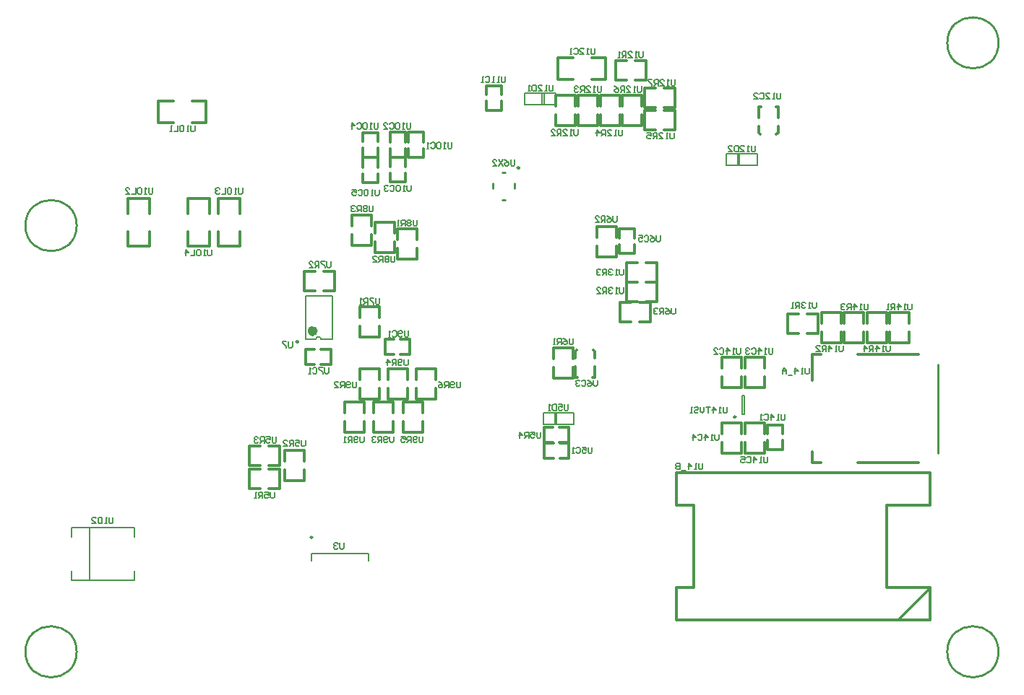
<source format=gbo>
G04 Layer_Color=32896*
%FSLAX44Y44*%
%MOMM*%
G71*
G01*
G75*
%ADD59C,0.2000*%
%ADD88C,0.2540*%
%ADD91C,0.2500*%
%ADD92C,0.6000*%
%ADD94C,0.3048*%
%ADD95C,0.3000*%
%ADD97C,0.1500*%
%ADD100C,0.1400*%
D59*
X366395Y406400D02*
G03*
X360045Y406400I-3175J0D01*
G01*
X856615Y610870D02*
Y623735D01*
X841155Y610470D02*
Y623970D01*
Y610470D02*
X877155D01*
X841155Y623970D02*
X877155D01*
Y610470D02*
Y623970D01*
X854710Y610870D02*
Y623735D01*
X625475Y682460D02*
Y695325D01*
X640935Y682225D02*
Y695725D01*
X604935D02*
X640935D01*
X604935Y682225D02*
X640935D01*
X604935D02*
Y695725D01*
X627380Y682460D02*
Y695325D01*
X347905Y406400D02*
Y457200D01*
X379655D01*
Y406400D02*
Y457200D01*
X366395Y406400D02*
X379655D01*
X347905D02*
X360045D01*
X862060Y318565D02*
Y340565D01*
X860060Y318565D02*
Y340565D01*
X862060D01*
X860060Y318565D02*
X862060D01*
X422120Y146810D02*
Y155310D01*
X355120D02*
X422120D01*
X355120Y146810D02*
Y155310D01*
X147955Y123840D02*
Y135270D01*
Y174610D02*
Y186040D01*
X74295Y123840D02*
Y135270D01*
Y174610D02*
Y186040D01*
X147955D01*
X74295Y123840D02*
X147955D01*
X95225D02*
Y186040D01*
X641985Y307340D02*
Y320205D01*
X626525Y306940D02*
Y320440D01*
Y306940D02*
X662525D01*
X626525Y320440D02*
X662525D01*
Y306940D02*
Y320440D01*
X640080Y307340D02*
Y320205D01*
D88*
X1160000Y754390D02*
G03*
X1160000Y754390I-30000J0D01*
G01*
X598805Y607695D02*
G03*
X598805Y607695I-1270J0D01*
G01*
X80000Y40000D02*
G03*
X80000Y40000I-30000J0D01*
G01*
Y540000D02*
G03*
X80000Y540000I-30000J0D01*
G01*
X1160000Y40000D02*
G03*
X1160000Y40000I-30000J0D01*
G01*
X578485Y602535D02*
X582295D01*
X578485Y570535D02*
X582295D01*
X592645Y583565D02*
Y589915D01*
X567645Y583565D02*
Y589915D01*
X1042035Y77470D02*
X1080135Y115570D01*
Y114300D02*
Y115570D01*
X1089320Y273050D02*
Y377190D01*
D91*
X339755Y403750D02*
G03*
X339755Y403750I-1250J0D01*
G01*
X852310Y315565D02*
G03*
X852310Y315565I-1250J0D01*
G01*
X356320Y174310D02*
G03*
X356320Y174310I-1250J0D01*
G01*
D92*
X359405Y416170D02*
G03*
X359405Y416170I-3000J0D01*
G01*
D94*
X165100Y516255D02*
Y532765D01*
X139700Y516255D02*
Y532765D01*
Y554355D02*
Y572135D01*
X165100Y554355D02*
Y572135D01*
X139700Y516255D02*
X165100D01*
X139700Y572135D02*
X165100D01*
X393700Y320040D02*
Y332740D01*
X416560Y320040D02*
Y332740D01*
Y297180D02*
Y309880D01*
X393700Y297180D02*
Y309880D01*
Y332740D02*
X416560D01*
X393700Y297180D02*
X416560D01*
X411480Y359410D02*
Y372110D01*
X434340Y359410D02*
Y372110D01*
Y336550D02*
Y349250D01*
X411480Y336550D02*
Y349250D01*
Y372110D02*
X434340D01*
X411480Y336550D02*
X434340D01*
X427990Y320040D02*
Y332740D01*
X450850Y320040D02*
Y332740D01*
Y297180D02*
Y309880D01*
X427990Y297180D02*
Y309880D01*
Y332740D02*
X450850D01*
X427990Y297180D02*
X450850D01*
X444500Y359410D02*
Y372110D01*
X467360Y359410D02*
Y372110D01*
Y336550D02*
Y349250D01*
X444500Y336550D02*
Y349250D01*
Y372110D02*
X467360D01*
X444500Y336550D02*
X467360D01*
X462280Y320040D02*
Y332740D01*
X485140Y320040D02*
Y332740D01*
Y297180D02*
Y309880D01*
X462280Y297180D02*
Y309880D01*
Y332740D02*
X485140D01*
X462280Y297180D02*
X485140D01*
X667390Y680090D02*
Y692790D01*
X690250Y680090D02*
Y692790D01*
Y657230D02*
Y669930D01*
X667390Y657230D02*
Y669930D01*
Y692790D02*
X690250D01*
X667390Y657230D02*
X690250D01*
X693420Y680090D02*
Y692790D01*
X716280Y680090D02*
Y692790D01*
Y657230D02*
Y669930D01*
X693420Y657230D02*
Y669930D01*
Y692790D02*
X716280D01*
X693420Y657230D02*
X716280D01*
X745490Y652150D02*
X758190D01*
X745490Y675010D02*
X758190D01*
X768350D02*
X781050D01*
X768350Y652150D02*
X781050D01*
X745490D02*
Y675010D01*
X781050Y652150D02*
Y675010D01*
X768350Y701040D02*
X781050D01*
X768350Y678180D02*
X781050D01*
X745490D02*
X758190D01*
X745490Y701040D02*
X758190D01*
X781050Y678180D02*
Y701040D01*
X745490Y678180D02*
Y701040D01*
X742310Y657230D02*
Y669930D01*
X719450Y657230D02*
Y669930D01*
Y680090D02*
Y692790D01*
X742310Y680090D02*
Y692790D01*
X719450Y657230D02*
X742310D01*
X719450Y692790D02*
X742310D01*
X641350Y680090D02*
Y692790D01*
X664210Y680090D02*
Y692790D01*
Y657230D02*
Y669930D01*
X641350Y657230D02*
Y669930D01*
Y692790D02*
X664210D01*
X641350Y657230D02*
X664210D01*
X878840Y666750D02*
Y679450D01*
Y648970D02*
X880745Y647065D01*
X878840Y648970D02*
Y656590D01*
X901700Y648970D02*
Y656590D01*
X899795Y647065D02*
X901700Y648970D01*
Y666750D02*
Y679450D01*
X878840D02*
X881380D01*
X899160D02*
X901700D01*
X210180Y572140D02*
X235580D01*
X210180Y516260D02*
X235580D01*
Y554360D02*
Y572140D01*
X210180Y554360D02*
Y572140D01*
Y516260D02*
Y532770D01*
X235580Y516260D02*
Y532770D01*
X245750Y572140D02*
X271150D01*
X245750Y516260D02*
X271150D01*
Y554360D02*
Y572140D01*
X245750Y554360D02*
Y572140D01*
Y516260D02*
Y532770D01*
X271150Y516260D02*
Y532770D01*
X175895Y661035D02*
Y686435D01*
X231775Y661035D02*
Y686435D01*
X175895D02*
X193675D01*
X175895Y661035D02*
X193675D01*
X215265D02*
X231775D01*
X215265Y686435D02*
X231775D01*
X464820Y620395D02*
Y630555D01*
X447040Y620395D02*
Y630555D01*
Y638175D02*
Y649605D01*
X464820Y638175D02*
Y649605D01*
X447040Y620395D02*
X464820D01*
X447040Y649605D02*
X464820D01*
X486410Y620395D02*
Y630555D01*
X468630Y620395D02*
Y630555D01*
Y638175D02*
Y649605D01*
X486410Y638175D02*
Y649605D01*
X468630Y620395D02*
X486410D01*
X468630Y649605D02*
X486410D01*
X464820Y591185D02*
Y601345D01*
X447040Y591185D02*
Y601345D01*
Y608965D02*
Y620395D01*
X464820Y608965D02*
Y620395D01*
X447040Y591185D02*
X464820D01*
X447040Y620395D02*
X464820D01*
X433070Y590805D02*
Y600965D01*
X415290Y590805D02*
Y600965D01*
Y608585D02*
Y620015D01*
X433070Y608585D02*
Y620015D01*
X415290Y590805D02*
X433070D01*
X415290Y620015D02*
X433070D01*
X415290Y639065D02*
Y649225D01*
X433070Y639065D02*
Y649225D01*
Y620015D02*
Y631445D01*
X415290Y620015D02*
Y631445D01*
Y649225D02*
X433070D01*
X415290Y620015D02*
X433070D01*
X305430Y281310D02*
X318130D01*
X305430Y258450D02*
X318130D01*
X282570D02*
X295270D01*
X282570Y281310D02*
X295270D01*
X318130Y258450D02*
Y281310D01*
X282570Y258450D02*
Y281310D01*
X656585Y285750D02*
Y303530D01*
X627375Y285750D02*
Y303530D01*
X645155Y285750D02*
X656585D01*
X645155Y303530D02*
X656585D01*
X627375D02*
X637535D01*
X627375Y285750D02*
X637535D01*
X747390Y496570D02*
X760090D01*
X747390Y473710D02*
X760090D01*
X724530D02*
X737230D01*
X724530Y496570D02*
X737230D01*
X760090Y473710D02*
Y496570D01*
X724530Y473710D02*
Y496570D01*
X712470Y503550D02*
Y516250D01*
X689610Y503550D02*
Y516250D01*
Y526410D02*
Y539110D01*
X712470Y526410D02*
Y539110D01*
X689610Y503550D02*
X712470D01*
X689610Y539110D02*
X712470D01*
X733430Y507365D02*
Y517525D01*
X715650Y507365D02*
Y517525D01*
Y525145D02*
Y536575D01*
X733430Y525145D02*
Y536575D01*
X715650Y507365D02*
X733430D01*
X715650Y536575D02*
X733430D01*
X477520Y359410D02*
Y372110D01*
X500380Y359410D02*
Y372110D01*
Y336550D02*
Y349250D01*
X477520Y336550D02*
Y349250D01*
Y372110D02*
X500380D01*
X477520Y336550D02*
X500380D01*
X470535Y388620D02*
Y406400D01*
X441325Y388620D02*
Y406400D01*
X459105Y388620D02*
X470535D01*
X459105Y406400D02*
X470535D01*
X441325D02*
X451485D01*
X441325Y388620D02*
X451485D01*
X724535Y450850D02*
Y473710D01*
X760095Y450850D02*
Y473710D01*
X724535D02*
X737235D01*
X724535Y450850D02*
X737235D01*
X747395D02*
X760095D01*
X747395Y473710D02*
X760095D01*
X560070Y675005D02*
X577850D01*
X560070Y704215D02*
X577850D01*
X560070Y675005D02*
Y686435D01*
X577850Y675005D02*
Y686435D01*
Y694055D02*
Y704215D01*
X560070Y694055D02*
Y704215D01*
X683260Y737235D02*
X699770D01*
X683260Y711835D02*
X699770D01*
X643890D02*
X661670D01*
X643890Y737235D02*
X661670D01*
X699770Y711835D02*
Y737235D01*
X643890Y711835D02*
Y737235D01*
X711200Y710565D02*
X723900D01*
X711200Y733425D02*
X723900D01*
X734060D02*
X746760D01*
X734060Y710565D02*
X746760D01*
X711200D02*
Y733425D01*
X746760Y710565D02*
Y733425D01*
X425450Y516890D02*
Y529590D01*
X402590Y516890D02*
Y529590D01*
Y539750D02*
Y552450D01*
X425450Y539750D02*
Y552450D01*
X402590Y516890D02*
X425450D01*
X402590Y552450D02*
X425450D01*
X429260Y530860D02*
Y543560D01*
X452120Y530860D02*
Y543560D01*
Y508000D02*
Y520700D01*
X429260Y508000D02*
Y520700D01*
Y543560D02*
X452120D01*
X429260Y508000D02*
X452120D01*
X455930Y523240D02*
Y535940D01*
X478790Y523240D02*
Y535940D01*
Y500380D02*
Y513080D01*
X455930Y500380D02*
Y513080D01*
Y535940D02*
X478790D01*
X455930Y500380D02*
X478790D01*
X889000Y276860D02*
X906780D01*
X889000Y306070D02*
X906780D01*
X889000Y276860D02*
Y288290D01*
X906780Y276860D02*
Y288290D01*
Y295910D02*
Y306070D01*
X889000Y295910D02*
Y306070D01*
X836295Y349885D02*
X859155D01*
X836295Y385445D02*
X859155D01*
X836295Y349885D02*
Y362585D01*
X859155Y349885D02*
Y362585D01*
Y372745D02*
Y385445D01*
X836295Y372745D02*
Y385445D01*
X1032510Y402590D02*
X1055370D01*
X1032510Y438150D02*
X1055370D01*
X1032510Y402590D02*
Y415290D01*
X1055370Y402590D02*
Y415290D01*
Y425450D02*
Y438150D01*
X1032510Y425450D02*
Y438150D01*
X1005840Y402590D02*
X1028700D01*
X1005840Y438150D02*
X1028700D01*
X1005840Y402590D02*
Y415290D01*
X1028700Y402590D02*
Y415290D01*
Y425450D02*
Y438150D01*
X1005840Y425450D02*
Y438150D01*
X979170Y402590D02*
X1002030D01*
X979170Y438150D02*
X1002030D01*
X979170Y402590D02*
Y415290D01*
X1002030Y402590D02*
Y415290D01*
Y425450D02*
Y438150D01*
X979170Y425450D02*
Y438150D01*
X952500Y402590D02*
X975360D01*
X952500Y438150D02*
X975360D01*
X952500Y402590D02*
Y415290D01*
X975360Y402590D02*
Y415290D01*
Y425450D02*
Y438150D01*
X952500Y425450D02*
Y438150D01*
X862965Y308610D02*
X885825D01*
X862965Y273050D02*
X885825D01*
Y295910D02*
Y308610D01*
X862965Y295910D02*
Y308610D01*
Y273050D02*
Y285750D01*
X885825Y273050D02*
Y285750D01*
X836295Y308610D02*
X859155D01*
X836295Y273050D02*
X859155D01*
Y295910D02*
Y308610D01*
X836295Y295910D02*
Y308610D01*
Y273050D02*
Y285750D01*
X859155Y273050D02*
Y285750D01*
X862965Y349885D02*
X885825D01*
X862965Y385445D02*
X885825D01*
X862965Y349885D02*
Y362585D01*
X885825Y349885D02*
Y362585D01*
Y372745D02*
Y385445D01*
X862965Y372745D02*
Y385445D01*
X664210Y361950D02*
X666750D01*
X684530D02*
X687070D01*
X664210D02*
Y374650D01*
Y392430D02*
X666115Y394335D01*
X664210Y384810D02*
Y392430D01*
X687070Y384810D02*
Y392430D01*
X685165Y394335D02*
X687070Y392430D01*
Y361950D02*
Y374650D01*
X752470Y427360D02*
Y450220D01*
X716910Y427360D02*
Y450220D01*
X739770Y427360D02*
X752470D01*
X739770Y450220D02*
X752470D01*
X716910D02*
X729610D01*
X716910Y427360D02*
X729610D01*
X323850Y276225D02*
X346710D01*
X323850Y240665D02*
X346710D01*
Y263525D02*
Y276225D01*
X323850Y263525D02*
Y276225D01*
Y240665D02*
Y253365D01*
X346710Y240665D02*
Y253365D01*
X282575Y231775D02*
Y254635D01*
X318135Y231775D02*
Y254635D01*
X282575D02*
X295275D01*
X282575Y231775D02*
X295275D01*
X305435D02*
X318135D01*
X305435Y254635D02*
X318135D01*
X627380Y267335D02*
Y285115D01*
X656590Y267335D02*
Y285115D01*
X627380D02*
X638810D01*
X627380Y267335D02*
X638810D01*
X646430D02*
X656590D01*
X646430Y285115D02*
X656590D01*
X377825Y377190D02*
Y394970D01*
X348615Y377190D02*
Y394970D01*
X366395Y377190D02*
X377825D01*
X366395Y394970D02*
X377825D01*
X348615D02*
X358775D01*
X348615Y377190D02*
X358775D01*
X411480Y431800D02*
Y444500D01*
X434340Y431800D02*
Y444500D01*
Y408940D02*
Y421640D01*
X411480Y408940D02*
Y421640D01*
Y444500D02*
X434340D01*
X411480Y408940D02*
X434340D01*
X369570Y486410D02*
X382270D01*
X369570Y463550D02*
X382270D01*
X346710D02*
X359410D01*
X346710Y486410D02*
X359410D01*
X382270Y463550D02*
Y486410D01*
X346710Y463550D02*
Y486410D01*
X638810Y361315D02*
X661670D01*
X638810Y396875D02*
X661670D01*
X638810Y361315D02*
Y374015D01*
X661670Y361315D02*
Y374015D01*
Y384175D02*
Y396875D01*
X638810Y384175D02*
Y396875D01*
X913130Y413380D02*
X925830D01*
X913130Y436240D02*
X925830D01*
X935990D02*
X948690D01*
X935990Y413380D02*
X948690D01*
X913130D02*
Y436240D01*
X948690Y413380D02*
Y436240D01*
D95*
X1080135Y77470D02*
Y115570D01*
X782955Y77470D02*
X1080135D01*
Y212090D02*
Y250190D01*
X803275Y115570D02*
Y212090D01*
X782955Y115570D02*
X803275D01*
X782955Y212090D02*
X803275D01*
X1029335Y115570D02*
X1080135D01*
X1029335D02*
Y212090D01*
X1080135D01*
X782955Y77470D02*
Y115570D01*
Y212090D02*
Y250190D01*
X1080135D01*
X942000Y358140D02*
Y388620D01*
Y261620D02*
Y274320D01*
Y388620D02*
X952160D01*
X995340D02*
X1066460D01*
X995340Y261620D02*
X1066460D01*
X942000D02*
X952160D01*
D97*
X875030Y633743D02*
Y627911D01*
X873864Y626745D01*
X871531D01*
X870365Y627911D01*
Y633743D01*
X868032Y626745D02*
X865700D01*
X866866D01*
Y633743D01*
X868032Y632576D01*
X857536Y626745D02*
X862201D01*
X857536Y631410D01*
Y632576D01*
X858702Y633743D01*
X861034D01*
X862201Y632576D01*
X855203Y633743D02*
Y626745D01*
X851704D01*
X850538Y627911D01*
Y632576D01*
X851704Y633743D01*
X855203D01*
X843540Y626745D02*
X848205D01*
X843540Y631410D01*
Y632576D01*
X844706Y633743D01*
X847039D01*
X848205Y632576D01*
X638175Y704863D02*
Y699031D01*
X637009Y697865D01*
X634676D01*
X633510Y699031D01*
Y704863D01*
X631177Y697865D02*
X628845D01*
X630011D01*
Y704863D01*
X631177Y703697D01*
X620681Y697865D02*
X625346D01*
X620681Y702530D01*
Y703697D01*
X621847Y704863D01*
X624179D01*
X625346Y703697D01*
X618348Y704863D02*
Y697865D01*
X614849D01*
X613683Y699031D01*
Y703697D01*
X614849Y704863D01*
X618348D01*
X611350Y697865D02*
X609018D01*
X610184D01*
Y704863D01*
X611350Y703697D01*
X168910Y584208D02*
Y578376D01*
X167744Y577210D01*
X165411D01*
X164245Y578376D01*
Y584208D01*
X161912Y577210D02*
X159580D01*
X160746D01*
Y584208D01*
X161912Y583041D01*
X156081D02*
X154915Y584208D01*
X152582D01*
X151416Y583041D01*
Y578376D01*
X152582Y577210D01*
X154915D01*
X156081Y578376D01*
Y583041D01*
X149083Y584208D02*
Y577210D01*
X144418D01*
X137420D02*
X142085D01*
X137420Y581875D01*
Y583041D01*
X138586Y584208D01*
X140919D01*
X142085Y583041D01*
X720725Y488963D02*
Y483131D01*
X719559Y481965D01*
X717226D01*
X716060Y483131D01*
Y488963D01*
X713727Y481965D02*
X711395D01*
X712561D01*
Y488963D01*
X713727Y487797D01*
X707896D02*
X706730Y488963D01*
X704397D01*
X703231Y487797D01*
Y486630D01*
X704397Y485464D01*
X705563D01*
X704397D01*
X703231Y484298D01*
Y483131D01*
X704397Y481965D01*
X706730D01*
X707896Y483131D01*
X700898Y481965D02*
Y488963D01*
X697399D01*
X696233Y487797D01*
Y485464D01*
X697399Y484298D01*
X700898D01*
X698566D02*
X696233Y481965D01*
X693900Y487797D02*
X692734Y488963D01*
X690401D01*
X689235Y487797D01*
Y486630D01*
X690401Y485464D01*
X691568D01*
X690401D01*
X689235Y484298D01*
Y483131D01*
X690401Y481965D01*
X692734D01*
X693900Y483131D01*
X946785Y450228D02*
Y444396D01*
X945619Y443230D01*
X943286D01*
X942120Y444396D01*
Y450228D01*
X939787Y443230D02*
X937455D01*
X938621D01*
Y450228D01*
X939787Y449062D01*
X933956D02*
X932790Y450228D01*
X930457D01*
X929291Y449062D01*
Y447895D01*
X930457Y446729D01*
X931623D01*
X930457D01*
X929291Y445563D01*
Y444396D01*
X930457Y443230D01*
X932790D01*
X933956Y444396D01*
X926958Y443230D02*
Y450228D01*
X923459D01*
X922293Y449062D01*
Y446729D01*
X923459Y445563D01*
X926958D01*
X924625D02*
X922293Y443230D01*
X919960D02*
X917628D01*
X918794D01*
Y450228D01*
X919960Y449062D01*
X781050Y711213D02*
Y705381D01*
X779884Y704215D01*
X777551D01*
X776385Y705381D01*
Y711213D01*
X774052Y704215D02*
X771720D01*
X772886D01*
Y711213D01*
X774052Y710046D01*
X763556Y704215D02*
X768221D01*
X763556Y708880D01*
Y710046D01*
X764722Y711213D01*
X767055D01*
X768221Y710046D01*
X761223Y704215D02*
Y711213D01*
X757724D01*
X756558Y710046D01*
Y707714D01*
X757724Y706548D01*
X761223D01*
X758891D02*
X756558Y704215D01*
X754225Y711213D02*
X749560D01*
Y710046D01*
X754225Y705381D01*
Y704215D01*
X741680Y703593D02*
Y697761D01*
X740514Y696595D01*
X738181D01*
X737015Y697761D01*
Y703593D01*
X734682Y696595D02*
X732350D01*
X733516D01*
Y703593D01*
X734682Y702427D01*
X724186Y696595D02*
X728851D01*
X724186Y701260D01*
Y702427D01*
X725352Y703593D01*
X727684D01*
X728851Y702427D01*
X721853Y696595D02*
Y703593D01*
X718354D01*
X717188Y702427D01*
Y700094D01*
X718354Y698928D01*
X721853D01*
X719520D02*
X717188Y696595D01*
X710190Y703593D02*
X712523Y702427D01*
X714855Y700094D01*
Y697761D01*
X713689Y696595D01*
X711356D01*
X710190Y697761D01*
Y698928D01*
X711356Y700094D01*
X714855D01*
X779780Y648983D02*
Y643151D01*
X778614Y641985D01*
X776281D01*
X775115Y643151D01*
Y648983D01*
X772782Y641985D02*
X770450D01*
X771616D01*
Y648983D01*
X772782Y647816D01*
X762286Y641985D02*
X766951D01*
X762286Y646650D01*
Y647816D01*
X763452Y648983D01*
X765785D01*
X766951Y647816D01*
X759953Y641985D02*
Y648983D01*
X756454D01*
X755288Y647816D01*
Y645484D01*
X756454Y644318D01*
X759953D01*
X757620D02*
X755288Y641985D01*
X748290Y648983D02*
X752955D01*
Y645484D01*
X750623Y646650D01*
X749456D01*
X748290Y645484D01*
Y643151D01*
X749456Y641985D01*
X751789D01*
X752955Y643151D01*
X719455Y652158D02*
Y646326D01*
X718289Y645160D01*
X715956D01*
X714790Y646326D01*
Y652158D01*
X712457Y645160D02*
X710125D01*
X711291D01*
Y652158D01*
X712457Y650992D01*
X701961Y645160D02*
X706626D01*
X701961Y649825D01*
Y650992D01*
X703127Y652158D01*
X705460D01*
X706626Y650992D01*
X699628Y645160D02*
Y652158D01*
X696129D01*
X694963Y650992D01*
Y648659D01*
X696129Y647493D01*
X699628D01*
X697296D02*
X694963Y645160D01*
X689131D02*
Y652158D01*
X692630Y648659D01*
X687965D01*
X694690Y703593D02*
Y697761D01*
X693524Y696595D01*
X691191D01*
X690025Y697761D01*
Y703593D01*
X687692Y696595D02*
X685360D01*
X686526D01*
Y703593D01*
X687692Y702427D01*
X677196Y696595D02*
X681861D01*
X677196Y701260D01*
Y702427D01*
X678362Y703593D01*
X680695D01*
X681861Y702427D01*
X674863Y696595D02*
Y703593D01*
X671364D01*
X670198Y702427D01*
Y700094D01*
X671364Y698928D01*
X674863D01*
X672531D02*
X670198Y696595D01*
X667865Y702427D02*
X666699Y703593D01*
X664366D01*
X663200Y702427D01*
Y701260D01*
X664366Y700094D01*
X665533D01*
X664366D01*
X663200Y698928D01*
Y697761D01*
X664366Y696595D01*
X666699D01*
X667865Y697761D01*
X667385Y652793D02*
Y646961D01*
X666219Y645795D01*
X663886D01*
X662720Y646961D01*
Y652793D01*
X660387Y645795D02*
X658055D01*
X659221D01*
Y652793D01*
X660387Y651627D01*
X649891Y645795D02*
X654556D01*
X649891Y650460D01*
Y651627D01*
X651057Y652793D01*
X653390D01*
X654556Y651627D01*
X647558Y645795D02*
Y652793D01*
X644059D01*
X642893Y651627D01*
Y649294D01*
X644059Y648128D01*
X647558D01*
X645226D02*
X642893Y645795D01*
X635895D02*
X640560D01*
X635895Y650460D01*
Y651627D01*
X637061Y652793D01*
X639394D01*
X640560Y651627D01*
X904875Y695338D02*
Y689506D01*
X903709Y688340D01*
X901376D01*
X900210Y689506D01*
Y695338D01*
X897877Y688340D02*
X895545D01*
X896711D01*
Y695338D01*
X897877Y694172D01*
X887381Y688340D02*
X892046D01*
X887381Y693005D01*
Y694172D01*
X888547Y695338D01*
X890880D01*
X892046Y694172D01*
X880383D02*
X881549Y695338D01*
X883882D01*
X885048Y694172D01*
Y689506D01*
X883882Y688340D01*
X881549D01*
X880383Y689506D01*
X873385Y688340D02*
X878050D01*
X873385Y693005D01*
Y694172D01*
X874551Y695338D01*
X876884D01*
X878050Y694172D01*
X238125Y511823D02*
Y505991D01*
X236959Y504825D01*
X234626D01*
X233460Y505991D01*
Y511823D01*
X231127Y504825D02*
X228795D01*
X229961D01*
Y511823D01*
X231127Y510657D01*
X225296D02*
X224130Y511823D01*
X221797D01*
X220631Y510657D01*
Y505991D01*
X221797Y504825D01*
X224130D01*
X225296Y505991D01*
Y510657D01*
X218298Y511823D02*
Y504825D01*
X213633D01*
X207801D02*
Y511823D01*
X211300Y508324D01*
X206635D01*
X274320Y584213D02*
Y578381D01*
X273154Y577215D01*
X270821D01*
X269655Y578381D01*
Y584213D01*
X267322Y577215D02*
X264990D01*
X266156D01*
Y584213D01*
X267322Y583046D01*
X261491D02*
X260324Y584213D01*
X257992D01*
X256826Y583046D01*
Y578381D01*
X257992Y577215D01*
X260324D01*
X261491Y578381D01*
Y583046D01*
X254493Y584213D02*
Y577215D01*
X249828D01*
X247495Y583046D02*
X246329Y584213D01*
X243996D01*
X242830Y583046D01*
Y581880D01*
X243996Y580714D01*
X245163D01*
X243996D01*
X242830Y579548D01*
Y578381D01*
X243996Y577215D01*
X246329D01*
X247495Y578381D01*
X218440Y657238D02*
Y651406D01*
X217274Y650240D01*
X214941D01*
X213775Y651406D01*
Y657238D01*
X211442Y650240D02*
X209110D01*
X210276D01*
Y657238D01*
X211442Y656071D01*
X205611D02*
X204445Y657238D01*
X202112D01*
X200946Y656071D01*
Y651406D01*
X202112Y650240D01*
X204445D01*
X205611Y651406D01*
Y656071D01*
X198613Y657238D02*
Y650240D01*
X193948D01*
X191615D02*
X189283D01*
X190449D01*
Y657238D01*
X191615Y656071D01*
X434340Y582308D02*
Y576476D01*
X433174Y575310D01*
X430841D01*
X429675Y576476D01*
Y582308D01*
X427342Y575310D02*
X425010D01*
X426176D01*
Y582308D01*
X427342Y581142D01*
X421511D02*
X420345Y582308D01*
X418012D01*
X416846Y581142D01*
Y576476D01*
X418012Y575310D01*
X420345D01*
X421511Y576476D01*
Y581142D01*
X409848D02*
X411014Y582308D01*
X413347D01*
X414513Y581142D01*
Y576476D01*
X413347Y575310D01*
X411014D01*
X409848Y576476D01*
X402850Y582308D02*
X407515D01*
Y578809D01*
X405183Y579975D01*
X404016D01*
X402850Y578809D01*
Y576476D01*
X404016Y575310D01*
X406349D01*
X407515Y576476D01*
X433070Y660413D02*
Y654581D01*
X431904Y653415D01*
X429571D01*
X428405Y654581D01*
Y660413D01*
X426072Y653415D02*
X423740D01*
X424906D01*
Y660413D01*
X426072Y659247D01*
X420241D02*
X419075Y660413D01*
X416742D01*
X415576Y659247D01*
Y654581D01*
X416742Y653415D01*
X419075D01*
X420241Y654581D01*
Y659247D01*
X408578D02*
X409744Y660413D01*
X412077D01*
X413243Y659247D01*
Y654581D01*
X412077Y653415D01*
X409744D01*
X408578Y654581D01*
X402746Y653415D02*
Y660413D01*
X406245Y656914D01*
X401580D01*
X471805Y587388D02*
Y581556D01*
X470639Y580390D01*
X468306D01*
X467140Y581556D01*
Y587388D01*
X464807Y580390D02*
X462475D01*
X463641D01*
Y587388D01*
X464807Y586222D01*
X458976D02*
X457809Y587388D01*
X455477D01*
X454311Y586222D01*
Y581556D01*
X455477Y580390D01*
X457809D01*
X458976Y581556D01*
Y586222D01*
X447313D02*
X448479Y587388D01*
X450812D01*
X451978Y586222D01*
Y581556D01*
X450812Y580390D01*
X448479D01*
X447313Y581556D01*
X444980Y586222D02*
X443814Y587388D01*
X441481D01*
X440315Y586222D01*
Y585055D01*
X441481Y583889D01*
X442648D01*
X441481D01*
X440315Y582723D01*
Y581556D01*
X441481Y580390D01*
X443814D01*
X444980Y581556D01*
X471170Y660413D02*
Y654581D01*
X470004Y653415D01*
X467671D01*
X466505Y654581D01*
Y660413D01*
X464172Y653415D02*
X461840D01*
X463006D01*
Y660413D01*
X464172Y659247D01*
X458341D02*
X457174Y660413D01*
X454842D01*
X453676Y659247D01*
Y654581D01*
X454842Y653415D01*
X457174D01*
X458341Y654581D01*
Y659247D01*
X446678D02*
X447844Y660413D01*
X450177D01*
X451343Y659247D01*
Y654581D01*
X450177Y653415D01*
X447844D01*
X446678Y654581D01*
X439680Y653415D02*
X444345D01*
X439680Y658080D01*
Y659247D01*
X440846Y660413D01*
X443179D01*
X444345Y659247D01*
X519430Y637553D02*
Y631721D01*
X518264Y630555D01*
X515931D01*
X514765Y631721D01*
Y637553D01*
X512432Y630555D02*
X510100D01*
X511266D01*
Y637553D01*
X512432Y636386D01*
X506601D02*
X505434Y637553D01*
X503102D01*
X501936Y636386D01*
Y631721D01*
X503102Y630555D01*
X505434D01*
X506601Y631721D01*
Y636386D01*
X494938D02*
X496104Y637553D01*
X498437D01*
X499603Y636386D01*
Y631721D01*
X498437Y630555D01*
X496104D01*
X494938Y631721D01*
X492605Y630555D02*
X490273D01*
X491439D01*
Y637553D01*
X492605Y636386D01*
X485775Y292748D02*
Y286916D01*
X484609Y285750D01*
X482276D01*
X481110Y286916D01*
Y292748D01*
X478777Y286916D02*
X477611Y285750D01*
X475278D01*
X474112Y286916D01*
Y291581D01*
X475278Y292748D01*
X477611D01*
X478777Y291581D01*
Y290415D01*
X477611Y289249D01*
X474112D01*
X471780Y285750D02*
Y292748D01*
X468281D01*
X467114Y291581D01*
Y289249D01*
X468281Y288083D01*
X471780D01*
X469447D02*
X467114Y285750D01*
X460117Y292748D02*
X464782D01*
Y289249D01*
X462449Y290415D01*
X461283D01*
X460117Y289249D01*
Y286916D01*
X461283Y285750D01*
X463615D01*
X464782Y286916D01*
X468255Y383159D02*
Y377328D01*
X467089Y376161D01*
X464756D01*
X463590Y377328D01*
Y383159D01*
X461258Y377328D02*
X460091Y376161D01*
X457759D01*
X456592Y377328D01*
Y381993D01*
X457759Y383159D01*
X460091D01*
X461258Y381993D01*
Y380827D01*
X460091Y379660D01*
X456592D01*
X454260Y376161D02*
Y383159D01*
X450761D01*
X449595Y381993D01*
Y379660D01*
X450761Y378494D01*
X454260D01*
X451927D02*
X449595Y376161D01*
X443763D02*
Y383159D01*
X447262Y379660D01*
X442597D01*
X451485Y292748D02*
Y286916D01*
X450319Y285750D01*
X447986D01*
X446820Y286916D01*
Y292748D01*
X444487Y286916D02*
X443321Y285750D01*
X440988D01*
X439822Y286916D01*
Y291581D01*
X440988Y292748D01*
X443321D01*
X444487Y291581D01*
Y290415D01*
X443321Y289249D01*
X439822D01*
X437490Y285750D02*
Y292748D01*
X433991D01*
X432824Y291581D01*
Y289249D01*
X433991Y288083D01*
X437490D01*
X435157D02*
X432824Y285750D01*
X430492Y291581D02*
X429325Y292748D01*
X426993D01*
X425827Y291581D01*
Y290415D01*
X426993Y289249D01*
X428159D01*
X426993D01*
X425827Y288083D01*
Y286916D01*
X426993Y285750D01*
X429325D01*
X430492Y286916D01*
X407670Y356883D02*
Y351051D01*
X406504Y349885D01*
X404171D01*
X403005Y351051D01*
Y356883D01*
X400672Y351051D02*
X399506Y349885D01*
X397173D01*
X396007Y351051D01*
Y355717D01*
X397173Y356883D01*
X399506D01*
X400672Y355717D01*
Y354550D01*
X399506Y353384D01*
X396007D01*
X393675Y349885D02*
Y356883D01*
X390176D01*
X389009Y355717D01*
Y353384D01*
X390176Y352218D01*
X393675D01*
X391342D02*
X389009Y349885D01*
X382012D02*
X386677D01*
X382012Y354550D01*
Y355717D01*
X383178Y356883D01*
X385510D01*
X386677Y355717D01*
X416560Y292748D02*
Y286916D01*
X415394Y285750D01*
X413061D01*
X411895Y286916D01*
Y292748D01*
X409562Y286916D02*
X408396Y285750D01*
X406063D01*
X404897Y286916D01*
Y291581D01*
X406063Y292748D01*
X408396D01*
X409562Y291581D01*
Y290415D01*
X408396Y289249D01*
X404897D01*
X402565Y285750D02*
Y292748D01*
X399066D01*
X397899Y291581D01*
Y289249D01*
X399066Y288083D01*
X402565D01*
X400232D02*
X397899Y285750D01*
X395567D02*
X393234D01*
X394400D01*
Y292748D01*
X395567Y291581D01*
X713105Y551193D02*
Y545361D01*
X711939Y544195D01*
X709606D01*
X708440Y545361D01*
Y551193D01*
X701442D02*
X703775Y550027D01*
X706107Y547694D01*
Y545361D01*
X704941Y544195D01*
X702608D01*
X701442Y545361D01*
Y546528D01*
X702608Y547694D01*
X706107D01*
X699109Y544195D02*
Y551193D01*
X695611D01*
X694444Y550027D01*
Y547694D01*
X695611Y546528D01*
X699109D01*
X696777D02*
X694444Y544195D01*
X687447D02*
X692112D01*
X687447Y548860D01*
Y550027D01*
X688613Y551193D01*
X690946D01*
X692112Y550027D01*
X763905Y528333D02*
Y522501D01*
X762739Y521335D01*
X760406D01*
X759240Y522501D01*
Y528333D01*
X752242D02*
X754575Y527166D01*
X756907Y524834D01*
Y522501D01*
X755741Y521335D01*
X753408D01*
X752242Y522501D01*
Y523668D01*
X753408Y524834D01*
X756907D01*
X745244Y527166D02*
X746411Y528333D01*
X748743D01*
X749910Y527166D01*
Y522501D01*
X748743Y521335D01*
X746411D01*
X745244Y522501D01*
X738247Y528333D02*
X742912D01*
Y524834D01*
X740579Y526000D01*
X739413D01*
X738247Y524834D01*
Y522501D01*
X739413Y521335D01*
X741746D01*
X742912Y522501D01*
X623570Y297828D02*
Y291996D01*
X622404Y290830D01*
X620071D01*
X618905Y291996D01*
Y297828D01*
X611907D02*
X616572D01*
Y294329D01*
X614240Y295495D01*
X613073D01*
X611907Y294329D01*
Y291996D01*
X613073Y290830D01*
X615406D01*
X616572Y291996D01*
X609575Y290830D02*
Y297828D01*
X606076D01*
X604909Y296661D01*
Y294329D01*
X606076Y293163D01*
X609575D01*
X607242D02*
X604909Y290830D01*
X599078D02*
Y297828D01*
X602577Y294329D01*
X597912D01*
X313690Y292113D02*
Y286281D01*
X312524Y285115D01*
X310191D01*
X309025Y286281D01*
Y292113D01*
X302027D02*
X306692D01*
Y288614D01*
X304360Y289780D01*
X303193D01*
X302027Y288614D01*
Y286281D01*
X303193Y285115D01*
X305526D01*
X306692Y286281D01*
X299694Y285115D02*
Y292113D01*
X296196D01*
X295029Y290947D01*
Y288614D01*
X296196Y287448D01*
X299694D01*
X297362D02*
X295029Y285115D01*
X292697Y290947D02*
X291530Y292113D01*
X289198D01*
X288032Y290947D01*
Y289780D01*
X289198Y288614D01*
X290364D01*
X289198D01*
X288032Y287448D01*
Y286281D01*
X289198Y285115D01*
X291530D01*
X292697Y286281D01*
X593090Y617233D02*
Y611401D01*
X591924Y610235D01*
X589591D01*
X588425Y611401D01*
Y617233D01*
X581427D02*
X583760Y616067D01*
X586092Y613734D01*
Y611401D01*
X584926Y610235D01*
X582593D01*
X581427Y611401D01*
Y612568D01*
X582593Y613734D01*
X586092D01*
X579095Y617233D02*
X574429Y610235D01*
Y617233D02*
X579095Y610235D01*
X567432D02*
X572097D01*
X567432Y614900D01*
Y616067D01*
X568598Y617233D01*
X570930D01*
X572097Y616067D01*
X377825Y497853D02*
Y492021D01*
X376659Y490855D01*
X374326D01*
X373160Y492021D01*
Y497853D01*
X370827D02*
X366162D01*
Y496687D01*
X370827Y492021D01*
Y490855D01*
X363829D02*
Y497853D01*
X360331D01*
X359164Y496687D01*
Y494354D01*
X360331Y493188D01*
X363829D01*
X361497D02*
X359164Y490855D01*
X352167D02*
X356832D01*
X352167Y495520D01*
Y496687D01*
X353333Y497853D01*
X355666D01*
X356832Y496687D01*
X434975Y454673D02*
Y448841D01*
X433809Y447675D01*
X431476D01*
X430310Y448841D01*
Y454673D01*
X427977D02*
X423312D01*
Y453507D01*
X427977Y448841D01*
Y447675D01*
X420979D02*
Y454673D01*
X417481D01*
X416314Y453507D01*
Y451174D01*
X417481Y450008D01*
X420979D01*
X418647D02*
X416314Y447675D01*
X413982D02*
X411649D01*
X412816D01*
Y454673D01*
X413982Y453507D01*
X582295Y715023D02*
Y709191D01*
X581129Y708025D01*
X578796D01*
X577630Y709191D01*
Y715023D01*
X575297Y708025D02*
X572965D01*
X574131D01*
Y715023D01*
X575297Y713857D01*
X569466Y708025D02*
X567133D01*
X568299D01*
Y715023D01*
X569466Y713857D01*
X558969D02*
X560135Y715023D01*
X562468D01*
X563634Y713857D01*
Y709191D01*
X562468Y708025D01*
X560135D01*
X558969Y709191D01*
X556637Y708025D02*
X554304D01*
X555470D01*
Y715023D01*
X556637Y713857D01*
X529590Y356883D02*
Y351051D01*
X528424Y349885D01*
X526091D01*
X524925Y351051D01*
Y356883D01*
X522592Y351051D02*
X521426Y349885D01*
X519093D01*
X517927Y351051D01*
Y355717D01*
X519093Y356883D01*
X521426D01*
X522592Y355717D01*
Y354550D01*
X521426Y353384D01*
X517927D01*
X515594Y349885D02*
Y356883D01*
X512096D01*
X510929Y355717D01*
Y353384D01*
X512096Y352218D01*
X515594D01*
X513262D02*
X510929Y349885D01*
X503932Y356883D02*
X506264Y355717D01*
X508597Y353384D01*
Y351051D01*
X507430Y349885D01*
X505098D01*
X503932Y351051D01*
Y352218D01*
X505098Y353384D01*
X508597D01*
X468630Y416573D02*
Y410741D01*
X467464Y409575D01*
X465131D01*
X463965Y410741D01*
Y416573D01*
X461632Y410741D02*
X460466Y409575D01*
X458133D01*
X456967Y410741D01*
Y415406D01*
X458133Y416573D01*
X460466D01*
X461632Y415406D01*
Y414240D01*
X460466Y413074D01*
X456967D01*
X449969Y415406D02*
X451136Y416573D01*
X453468D01*
X454635Y415406D01*
Y410741D01*
X453468Y409575D01*
X451136D01*
X449969Y410741D01*
X447637Y409575D02*
X445304D01*
X446470D01*
Y416573D01*
X447637Y415406D01*
X743585Y744233D02*
Y738401D01*
X742419Y737235D01*
X740086D01*
X738920Y738401D01*
Y744233D01*
X736587Y737235D02*
X734255D01*
X735421D01*
Y744233D01*
X736587Y743066D01*
X726091Y737235D02*
X730756D01*
X726091Y741900D01*
Y743066D01*
X727257Y744233D01*
X729589D01*
X730756Y743066D01*
X723758Y737235D02*
Y744233D01*
X720259D01*
X719093Y743066D01*
Y740734D01*
X720259Y739568D01*
X723758D01*
X721425D02*
X719093Y737235D01*
X716760D02*
X714428D01*
X715594D01*
Y744233D01*
X716760Y743066D01*
X122555Y197498D02*
Y191666D01*
X121389Y190500D01*
X119056D01*
X117890Y191666D01*
Y197498D01*
X115557Y190500D02*
X113225D01*
X114391D01*
Y197498D01*
X115557Y196332D01*
X109726Y197498D02*
Y190500D01*
X106227D01*
X105061Y191666D01*
Y196332D01*
X106227Y197498D01*
X109726D01*
X98063Y190500D02*
X102728D01*
X98063Y195165D01*
Y196332D01*
X99229Y197498D01*
X101562D01*
X102728Y196332D01*
X720725Y467373D02*
Y461541D01*
X719559Y460375D01*
X717226D01*
X716060Y461541D01*
Y467373D01*
X713727Y460375D02*
X711395D01*
X712561D01*
Y467373D01*
X713727Y466207D01*
X707896D02*
X706730Y467373D01*
X704397D01*
X703231Y466207D01*
Y465040D01*
X704397Y463874D01*
X705563D01*
X704397D01*
X703231Y462708D01*
Y461541D01*
X704397Y460375D01*
X706730D01*
X707896Y461541D01*
X700898Y460375D02*
Y467373D01*
X697399D01*
X696233Y466207D01*
Y463874D01*
X697399Y462708D01*
X700898D01*
X698566D02*
X696233Y460375D01*
X689235D02*
X693900D01*
X689235Y465040D01*
Y466207D01*
X690401Y467373D01*
X692734D01*
X693900Y466207D01*
X393065Y167653D02*
Y161821D01*
X391899Y160655D01*
X389566D01*
X388400Y161821D01*
Y167653D01*
X386067Y166486D02*
X384901Y167653D01*
X382568D01*
X381402Y166486D01*
Y165320D01*
X382568Y164154D01*
X383735D01*
X382568D01*
X381402Y162988D01*
Y161821D01*
X382568Y160655D01*
X384901D01*
X386067Y161821D01*
X857885Y396253D02*
Y390421D01*
X856719Y389255D01*
X854386D01*
X853220Y390421D01*
Y396253D01*
X850887Y389255D02*
X848555D01*
X849721D01*
Y396253D01*
X850887Y395087D01*
X841557Y389255D02*
Y396253D01*
X845056Y392754D01*
X840391D01*
X833393Y395087D02*
X834559Y396253D01*
X836892D01*
X838058Y395087D01*
Y390421D01*
X836892Y389255D01*
X834559D01*
X833393Y390421D01*
X826395Y389255D02*
X831060D01*
X826395Y393920D01*
Y395087D01*
X827561Y396253D01*
X829894D01*
X831060Y395087D01*
X895350Y396253D02*
Y390421D01*
X894184Y389255D01*
X891851D01*
X890685Y390421D01*
Y396253D01*
X888352Y389255D02*
X886020D01*
X887186D01*
Y396253D01*
X888352Y395087D01*
X879022Y389255D02*
Y396253D01*
X882521Y392754D01*
X877856D01*
X870858Y395087D02*
X872024Y396253D01*
X874357D01*
X875523Y395087D01*
Y390421D01*
X874357Y389255D01*
X872024D01*
X870858Y390421D01*
X868525Y395087D02*
X867359Y396253D01*
X865026D01*
X863860Y395087D01*
Y393920D01*
X865026Y392754D01*
X866193D01*
X865026D01*
X863860Y391588D01*
Y390421D01*
X865026Y389255D01*
X867359D01*
X868525Y390421D01*
X832485Y295288D02*
Y289456D01*
X831319Y288290D01*
X828986D01*
X827820Y289456D01*
Y295288D01*
X825487Y288290D02*
X823155D01*
X824321D01*
Y295288D01*
X825487Y294121D01*
X816157Y288290D02*
Y295288D01*
X819656Y291789D01*
X814991D01*
X807993Y294121D02*
X809159Y295288D01*
X811492D01*
X812658Y294121D01*
Y289456D01*
X811492Y288290D01*
X809159D01*
X807993Y289456D01*
X802161Y288290D02*
Y295288D01*
X805660Y291789D01*
X800995D01*
X889635Y268618D02*
Y262786D01*
X888469Y261620D01*
X886136D01*
X884970Y262786D01*
Y268618D01*
X882637Y261620D02*
X880305D01*
X881471D01*
Y268618D01*
X882637Y267451D01*
X873307Y261620D02*
Y268618D01*
X876806Y265119D01*
X872141D01*
X865143Y267451D02*
X866309Y268618D01*
X868642D01*
X869808Y267451D01*
Y262786D01*
X868642Y261620D01*
X866309D01*
X865143Y262786D01*
X858145Y268618D02*
X862810D01*
Y265119D01*
X860478Y266285D01*
X859311D01*
X858145Y265119D01*
Y262786D01*
X859311Y261620D01*
X861644D01*
X862810Y262786D01*
X909955Y318783D02*
Y312951D01*
X908789Y311785D01*
X906456D01*
X905290Y312951D01*
Y318783D01*
X902957Y311785D02*
X900625D01*
X901791D01*
Y318783D01*
X902957Y317617D01*
X893627Y311785D02*
Y318783D01*
X897126Y315284D01*
X892461D01*
X885463Y317617D02*
X886629Y318783D01*
X888962D01*
X890128Y317617D01*
Y312951D01*
X888962Y311785D01*
X886629D01*
X885463Y312951D01*
X883130Y311785D02*
X880798D01*
X881964D01*
Y318783D01*
X883130Y317617D01*
X977900Y399428D02*
Y393596D01*
X976734Y392430D01*
X974401D01*
X973235Y393596D01*
Y399428D01*
X970902Y392430D02*
X968570D01*
X969736D01*
Y399428D01*
X970902Y398261D01*
X961572Y392430D02*
Y399428D01*
X965071Y395929D01*
X960406D01*
X958073Y392430D02*
Y399428D01*
X954574D01*
X953408Y398261D01*
Y395929D01*
X954574Y394763D01*
X958073D01*
X955741D02*
X953408Y392430D01*
X946410D02*
X951075D01*
X946410Y397095D01*
Y398261D01*
X947576Y399428D01*
X949909D01*
X951075Y398261D01*
X1007110Y448323D02*
Y442491D01*
X1005944Y441325D01*
X1003611D01*
X1002445Y442491D01*
Y448323D01*
X1000112Y441325D02*
X997780D01*
X998946D01*
Y448323D01*
X1000112Y447156D01*
X990782Y441325D02*
Y448323D01*
X994281Y444824D01*
X989616D01*
X987283Y441325D02*
Y448323D01*
X983784D01*
X982618Y447156D01*
Y444824D01*
X983784Y443658D01*
X987283D01*
X984950D02*
X982618Y441325D01*
X980285Y447156D02*
X979119Y448323D01*
X976786D01*
X975620Y447156D01*
Y445990D01*
X976786Y444824D01*
X977953D01*
X976786D01*
X975620Y443658D01*
Y442491D01*
X976786Y441325D01*
X979119D01*
X980285Y442491D01*
X1033145Y399428D02*
Y393596D01*
X1031979Y392430D01*
X1029646D01*
X1028480Y393596D01*
Y399428D01*
X1026147Y392430D02*
X1023815D01*
X1024981D01*
Y399428D01*
X1026147Y398261D01*
X1016817Y392430D02*
Y399428D01*
X1020316Y395929D01*
X1015651D01*
X1013318Y392430D02*
Y399428D01*
X1009819D01*
X1008653Y398261D01*
Y395929D01*
X1009819Y394763D01*
X1013318D01*
X1010985D02*
X1008653Y392430D01*
X1002821D02*
Y399428D01*
X1006320Y395929D01*
X1001655D01*
X1058545Y448323D02*
Y442491D01*
X1057379Y441325D01*
X1055046D01*
X1053880Y442491D01*
Y448323D01*
X1051547Y441325D02*
X1049215D01*
X1050381D01*
Y448323D01*
X1051547Y447156D01*
X1042217Y441325D02*
Y448323D01*
X1045716Y444824D01*
X1041051D01*
X1038718Y441325D02*
Y448323D01*
X1035219D01*
X1034053Y447156D01*
Y444824D01*
X1035219Y443658D01*
X1038718D01*
X1036385D02*
X1034053Y441325D01*
X1031720D02*
X1029388D01*
X1030554D01*
Y448323D01*
X1031720Y447156D01*
X938190Y372758D02*
Y366926D01*
X937024Y365760D01*
X934691D01*
X933525Y366926D01*
Y372758D01*
X931192Y365760D02*
X928860D01*
X930026D01*
Y372758D01*
X931192Y371591D01*
X921862Y365760D02*
Y372758D01*
X925361Y369259D01*
X920696D01*
X918363Y364594D02*
X913698D01*
X911365Y365760D02*
Y370425D01*
X909033Y372758D01*
X906700Y370425D01*
Y365760D01*
Y369259D01*
X911365D01*
X842010Y327038D02*
Y321206D01*
X840844Y320040D01*
X838511D01*
X837345Y321206D01*
Y327038D01*
X835012Y320040D02*
X832680D01*
X833846D01*
Y327038D01*
X835012Y325872D01*
X825682Y320040D02*
Y327038D01*
X829181Y323539D01*
X824516D01*
X822183Y327038D02*
X817518D01*
X819850D01*
Y320040D01*
X815185Y327038D02*
Y322373D01*
X812853Y320040D01*
X810520Y322373D01*
Y327038D01*
X803522Y325872D02*
X804689Y327038D01*
X807021D01*
X808187Y325872D01*
Y324705D01*
X807021Y323539D01*
X804689D01*
X803522Y322373D01*
Y321206D01*
X804689Y320040D01*
X807021D01*
X808187Y321206D01*
X801190Y320040D02*
X798857D01*
X800023D01*
Y327038D01*
X801190Y325872D01*
X690245Y358788D02*
Y352956D01*
X689079Y351790D01*
X686746D01*
X685580Y352956D01*
Y358788D01*
X678582D02*
X680915Y357621D01*
X683247Y355289D01*
Y352956D01*
X682081Y351790D01*
X679748D01*
X678582Y352956D01*
Y354123D01*
X679748Y355289D01*
X683247D01*
X671584Y357621D02*
X672751Y358788D01*
X675083D01*
X676249Y357621D01*
Y352956D01*
X675083Y351790D01*
X672751D01*
X671584Y352956D01*
X669252Y357621D02*
X668085Y358788D01*
X665753D01*
X664587Y357621D01*
Y356455D01*
X665753Y355289D01*
X666919D01*
X665753D01*
X664587Y354123D01*
Y352956D01*
X665753Y351790D01*
X668085D01*
X669252Y352956D01*
X661670Y407683D02*
Y401851D01*
X660504Y400685D01*
X658171D01*
X657005Y401851D01*
Y407683D01*
X650007D02*
X652340Y406516D01*
X654672Y404184D01*
Y401851D01*
X653506Y400685D01*
X651173D01*
X650007Y401851D01*
Y403018D01*
X651173Y404184D01*
X654672D01*
X647674Y400685D02*
Y407683D01*
X644176D01*
X643009Y406516D01*
Y404184D01*
X644176Y403018D01*
X647674D01*
X645342D02*
X643009Y400685D01*
X640677D02*
X638344D01*
X639510D01*
Y407683D01*
X640677Y406516D01*
X683895Y280048D02*
Y274216D01*
X682729Y273050D01*
X680396D01*
X679230Y274216D01*
Y280048D01*
X672232D02*
X676897D01*
Y276549D01*
X674565Y277715D01*
X673398D01*
X672232Y276549D01*
Y274216D01*
X673398Y273050D01*
X675731D01*
X676897Y274216D01*
X665234Y278881D02*
X666401Y280048D01*
X668733D01*
X669900Y278881D01*
Y274216D01*
X668733Y273050D01*
X666401D01*
X665234Y274216D01*
X662902Y273050D02*
X660569D01*
X661736D01*
Y280048D01*
X662902Y278881D01*
X311785Y227343D02*
Y221511D01*
X310619Y220345D01*
X308286D01*
X307120Y221511D01*
Y227343D01*
X300122D02*
X304787D01*
Y223844D01*
X302455Y225010D01*
X301288D01*
X300122Y223844D01*
Y221511D01*
X301288Y220345D01*
X303621D01*
X304787Y221511D01*
X297789Y220345D02*
Y227343D01*
X294291D01*
X293124Y226176D01*
Y223844D01*
X294291Y222678D01*
X297789D01*
X295457D02*
X293124Y220345D01*
X290792D02*
X288459D01*
X289625D01*
Y227343D01*
X290792Y226176D01*
X347980Y288303D02*
Y282471D01*
X346814Y281305D01*
X344481D01*
X343315Y282471D01*
Y288303D01*
X336317D02*
X340982D01*
Y284804D01*
X338650Y285970D01*
X337483D01*
X336317Y284804D01*
Y282471D01*
X337483Y281305D01*
X339816D01*
X340982Y282471D01*
X333984Y281305D02*
Y288303D01*
X330486D01*
X329319Y287136D01*
Y284804D01*
X330486Y283638D01*
X333984D01*
X331652D02*
X329319Y281305D01*
X322322D02*
X326987D01*
X322322Y285970D01*
Y287136D01*
X323488Y288303D01*
X325821D01*
X326987Y287136D01*
X478790Y546748D02*
Y540916D01*
X477624Y539750D01*
X475291D01*
X474125Y540916D01*
Y546748D01*
X471792Y545582D02*
X470626Y546748D01*
X468293D01*
X467127Y545582D01*
Y544415D01*
X468293Y543249D01*
X467127Y542083D01*
Y540916D01*
X468293Y539750D01*
X470626D01*
X471792Y540916D01*
Y542083D01*
X470626Y543249D01*
X471792Y544415D01*
Y545582D01*
X470626Y543249D02*
X468293D01*
X464795Y539750D02*
Y546748D01*
X461296D01*
X460129Y545582D01*
Y543249D01*
X461296Y542083D01*
X464795D01*
X462462D02*
X460129Y539750D01*
X457797D02*
X455464D01*
X456631D01*
Y546748D01*
X457797Y545582D01*
X452755Y504203D02*
Y498371D01*
X451589Y497205D01*
X449256D01*
X448090Y498371D01*
Y504203D01*
X445757Y503036D02*
X444591Y504203D01*
X442258D01*
X441092Y503036D01*
Y501870D01*
X442258Y500704D01*
X441092Y499538D01*
Y498371D01*
X442258Y497205D01*
X444591D01*
X445757Y498371D01*
Y499538D01*
X444591Y500704D01*
X445757Y501870D01*
Y503036D01*
X444591Y500704D02*
X442258D01*
X438759Y497205D02*
Y504203D01*
X435261D01*
X434094Y503036D01*
Y500704D01*
X435261Y499538D01*
X438759D01*
X436427D02*
X434094Y497205D01*
X427097D02*
X431762D01*
X427097Y501870D01*
Y503036D01*
X428263Y504203D01*
X430596D01*
X431762Y503036D01*
X427355Y563258D02*
Y557426D01*
X426189Y556260D01*
X423856D01*
X422690Y557426D01*
Y563258D01*
X420357Y562091D02*
X419191Y563258D01*
X416858D01*
X415692Y562091D01*
Y560925D01*
X416858Y559759D01*
X415692Y558593D01*
Y557426D01*
X416858Y556260D01*
X419191D01*
X420357Y557426D01*
Y558593D01*
X419191Y559759D01*
X420357Y560925D01*
Y562091D01*
X419191Y559759D02*
X416858D01*
X413359Y556260D02*
Y563258D01*
X409861D01*
X408694Y562091D01*
Y559759D01*
X409861Y558593D01*
X413359D01*
X411027D02*
X408694Y556260D01*
X406362Y562091D02*
X405196Y563258D01*
X402863D01*
X401697Y562091D01*
Y560925D01*
X402863Y559759D01*
X404029D01*
X402863D01*
X401697Y558593D01*
Y557426D01*
X402863Y556260D01*
X405196D01*
X406362Y557426D01*
X375285Y373393D02*
Y367561D01*
X374119Y366395D01*
X371786D01*
X370620Y367561D01*
Y373393D01*
X368287D02*
X363622D01*
Y372226D01*
X368287Y367561D01*
Y366395D01*
X356624Y372226D02*
X357791Y373393D01*
X360123D01*
X361289Y372226D01*
Y367561D01*
X360123Y366395D01*
X357791D01*
X356624Y367561D01*
X354292Y366395D02*
X351959D01*
X353125D01*
Y373393D01*
X354292Y372226D01*
X332740Y403873D02*
Y398041D01*
X331574Y396875D01*
X329241D01*
X328075Y398041D01*
Y403873D01*
X325742D02*
X321077D01*
Y402706D01*
X325742Y398041D01*
Y396875D01*
X781685Y443243D02*
Y437411D01*
X780519Y436245D01*
X778186D01*
X777020Y437411D01*
Y443243D01*
X770022D02*
X772355Y442076D01*
X774687Y439744D01*
Y437411D01*
X773521Y436245D01*
X771188D01*
X770022Y437411D01*
Y438578D01*
X771188Y439744D01*
X774687D01*
X767690Y436245D02*
Y443243D01*
X764191D01*
X763024Y442076D01*
Y439744D01*
X764191Y438578D01*
X767690D01*
X765357D02*
X763024Y436245D01*
X760692Y442076D02*
X759526Y443243D01*
X757193D01*
X756027Y442076D01*
Y440910D01*
X757193Y439744D01*
X758359D01*
X757193D01*
X756027Y438578D01*
Y437411D01*
X757193Y436245D01*
X759526D01*
X760692Y437411D01*
X655955Y330213D02*
Y324381D01*
X654789Y323215D01*
X652456D01*
X651290Y324381D01*
Y330213D01*
X644292D02*
X648957D01*
Y326714D01*
X646625Y327880D01*
X645458D01*
X644292Y326714D01*
Y324381D01*
X645458Y323215D01*
X647791D01*
X648957Y324381D01*
X641960Y330213D02*
Y323215D01*
X638461D01*
X637294Y324381D01*
Y329047D01*
X638461Y330213D01*
X641960D01*
X634962Y323215D02*
X632629D01*
X633796D01*
Y330213D01*
X634962Y329047D01*
X687070Y748043D02*
Y742211D01*
X685904Y741045D01*
X683571D01*
X682405Y742211D01*
Y748043D01*
X680072Y741045D02*
X677740D01*
X678906D01*
Y748043D01*
X680072Y746877D01*
X669576Y741045D02*
X674241D01*
X669576Y745710D01*
Y746877D01*
X670742Y748043D01*
X673074D01*
X674241Y746877D01*
X662578D02*
X663744Y748043D01*
X666077D01*
X667243Y746877D01*
Y742211D01*
X666077Y741045D01*
X663744D01*
X662578Y742211D01*
X660245Y741045D02*
X657913D01*
X659079D01*
Y748043D01*
X660245Y746877D01*
D100*
X813435Y260998D02*
Y255166D01*
X812269Y254000D01*
X809936D01*
X808770Y255166D01*
Y260998D01*
X806437Y254000D02*
X804105D01*
X805271D01*
Y260998D01*
X806437Y259832D01*
X797107Y254000D02*
Y260998D01*
X800606Y257499D01*
X795941D01*
X793608Y252834D02*
X788943D01*
X786610Y260998D02*
Y254000D01*
X783111D01*
X781945Y255166D01*
Y256333D01*
X783111Y257499D01*
X786610D01*
X783111D01*
X781945Y258665D01*
Y259832D01*
X783111Y260998D01*
X786610D01*
M02*

</source>
